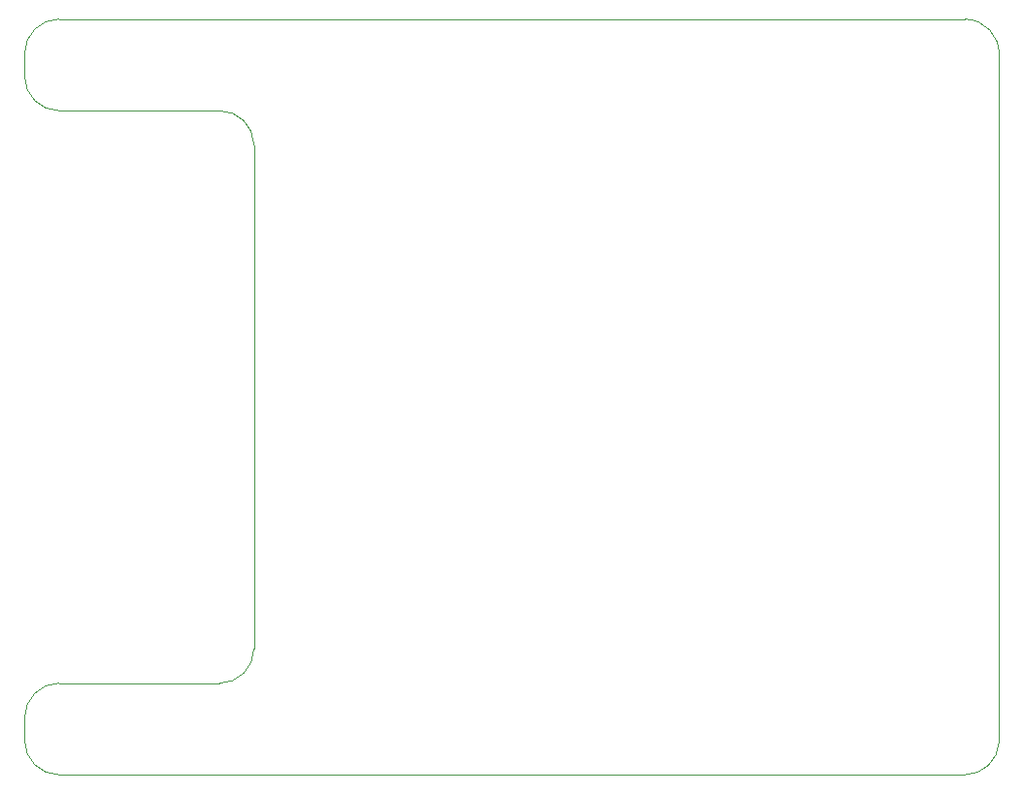
<source format=gm1>
%TF.GenerationSoftware,KiCad,Pcbnew,7.0.2*%
%TF.CreationDate,2023-10-23T14:01:15-05:00*%
%TF.ProjectId,BPS-MinionShield,4250532d-4d69-46e6-996f-6e536869656c,rev?*%
%TF.SameCoordinates,Original*%
%TF.FileFunction,Profile,NP*%
%FSLAX46Y46*%
G04 Gerber Fmt 4.6, Leading zero omitted, Abs format (unit mm)*
G04 Created by KiCad (PCBNEW 7.0.2) date 2023-10-23 14:01:15*
%MOMM*%
%LPD*%
G01*
G04 APERTURE LIST*
%TA.AperFunction,Profile*%
%ADD10C,0.050000*%
%TD*%
G04 APERTURE END LIST*
D10*
X117000000Y-128000000D02*
G75*
G03*
X120000000Y-125000000I0J3000000D01*
G01*
X103000000Y-128000000D02*
X117000000Y-128000000D01*
X100000000Y-75000000D02*
G75*
G03*
X103000000Y-78000000I3000000J0D01*
G01*
X100000000Y-133000000D02*
G75*
G03*
X103000000Y-136000000I3000000J0D01*
G01*
X120000000Y-81000000D02*
X120000000Y-125000000D01*
X103000000Y-70000000D02*
G75*
G03*
X100000000Y-73000000I0J-3000000D01*
G01*
X100000000Y-133000000D02*
X100000000Y-131000000D01*
X103000000Y-78000000D02*
X117000000Y-78000000D01*
X185000030Y-73150001D02*
G75*
G03*
X182000000Y-70000000I-3000030J146401D01*
G01*
X185000000Y-73150000D02*
X185000000Y-133150000D01*
X100000000Y-73000000D02*
X100000000Y-75000000D01*
X182000000Y-136000000D02*
X103000000Y-136000000D01*
X103000000Y-70000000D02*
X182000000Y-70000000D01*
X103000000Y-128000000D02*
G75*
G03*
X100000000Y-131000000I0J-3000000D01*
G01*
X120000000Y-81000000D02*
G75*
G03*
X117000000Y-78000000I-3000000J0D01*
G01*
X182000000Y-136000044D02*
G75*
G03*
X184999999Y-133150000I0J3003944D01*
G01*
M02*

</source>
